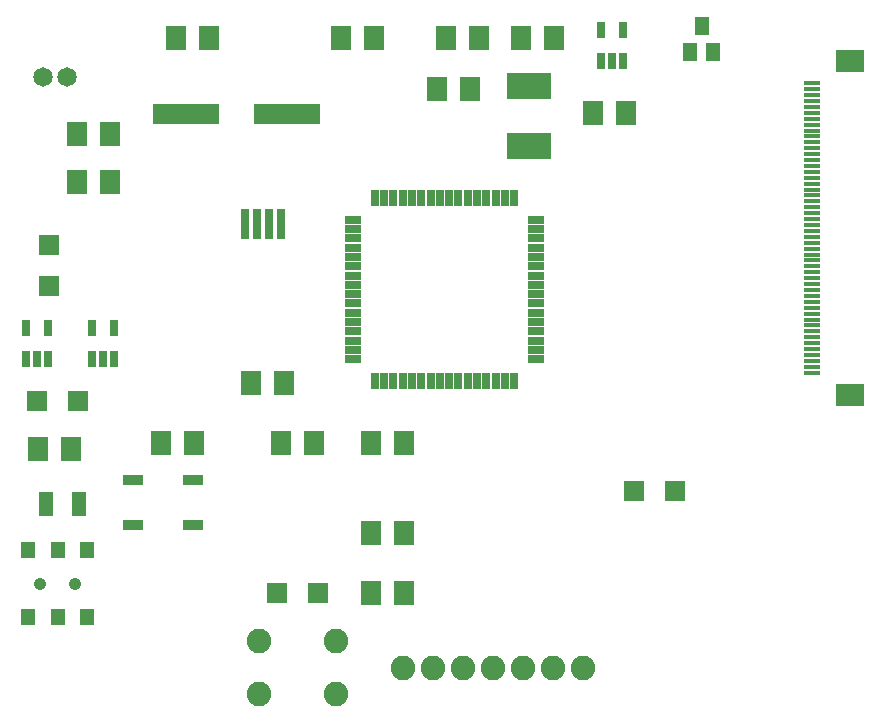
<source format=gts>
G75*
G70*
%OFA0B0*%
%FSLAX24Y24*%
%IPPOS*%
%LPD*%
%AMOC8*
5,1,8,0,0,1.08239X$1,22.5*
%
%ADD10R,0.0551X0.0157*%
%ADD11R,0.0925X0.0748*%
%ADD12R,0.0297X0.0552*%
%ADD13R,0.0474X0.0789*%
%ADD14R,0.0300X0.0550*%
%ADD15R,0.0550X0.0300*%
%ADD16R,0.0474X0.0533*%
%ADD17C,0.0415*%
%ADD18R,0.0710X0.0789*%
%ADD19R,0.0316X0.0986*%
%ADD20R,0.0474X0.0631*%
%ADD21R,0.0680X0.0380*%
%ADD22R,0.2245X0.0671*%
%ADD23R,0.0671X0.0671*%
%ADD24R,0.1480X0.0880*%
%ADD25C,0.0650*%
%ADD26C,0.0820*%
D10*
X027231Y011539D03*
X027231Y011735D03*
X027231Y011932D03*
X027231Y012129D03*
X027231Y012326D03*
X027231Y012523D03*
X027231Y012720D03*
X027231Y012917D03*
X027231Y013113D03*
X027231Y013310D03*
X027231Y013507D03*
X027231Y013704D03*
X027231Y013901D03*
X027231Y014098D03*
X027231Y014294D03*
X027231Y014491D03*
X027231Y014688D03*
X027231Y014885D03*
X027231Y015082D03*
X027231Y015279D03*
X027231Y015476D03*
X027231Y015672D03*
X027231Y015869D03*
X027231Y016066D03*
X027231Y016263D03*
X027231Y016460D03*
X027231Y016657D03*
X027231Y016854D03*
X027231Y017050D03*
X027231Y017247D03*
X027231Y017444D03*
X027231Y017641D03*
X027231Y017838D03*
X027231Y018035D03*
X027231Y018231D03*
X027231Y018428D03*
X027231Y018625D03*
X027231Y018822D03*
X027231Y019019D03*
X027231Y019216D03*
X027231Y019413D03*
X027231Y019609D03*
X027231Y019806D03*
X027231Y020003D03*
X027231Y020200D03*
X027231Y020397D03*
X027231Y020594D03*
X027231Y020791D03*
X027231Y020987D03*
X027231Y021184D03*
D11*
X028511Y021932D03*
X028511Y010791D03*
D12*
X020958Y021937D03*
X020584Y021937D03*
X020210Y021937D03*
X020210Y022961D03*
X020958Y022961D03*
X003975Y013013D03*
X003227Y013013D03*
X003227Y011990D03*
X003601Y011990D03*
X003975Y011990D03*
X001775Y011990D03*
X001401Y011990D03*
X001027Y011990D03*
X001027Y013013D03*
X001775Y013013D03*
D13*
X001702Y007149D03*
X002805Y007149D03*
D14*
X012666Y011256D03*
X012976Y011256D03*
X013286Y011256D03*
X013596Y011256D03*
X013906Y011256D03*
X014216Y011256D03*
X014526Y011256D03*
X014836Y011256D03*
X015146Y011256D03*
X015456Y011256D03*
X015766Y011256D03*
X016076Y011256D03*
X016386Y011256D03*
X016696Y011256D03*
X017006Y011256D03*
X017316Y011256D03*
X017316Y017366D03*
X017006Y017366D03*
X016696Y017366D03*
X016386Y017366D03*
X016076Y017366D03*
X015766Y017366D03*
X015456Y017366D03*
X015146Y017366D03*
X014836Y017366D03*
X014526Y017366D03*
X014216Y017366D03*
X013906Y017366D03*
X013596Y017366D03*
X013286Y017366D03*
X012976Y017366D03*
X012666Y017366D03*
D15*
X011936Y016636D03*
X011936Y016326D03*
X011936Y016016D03*
X011936Y015706D03*
X011936Y015396D03*
X011936Y015086D03*
X011936Y014776D03*
X011936Y014466D03*
X011936Y014156D03*
X011936Y013846D03*
X011936Y013536D03*
X011936Y013226D03*
X011936Y012916D03*
X011936Y012606D03*
X011936Y012296D03*
X011936Y011986D03*
X018046Y011986D03*
X018046Y012296D03*
X018046Y012606D03*
X018046Y012916D03*
X018046Y013226D03*
X018046Y013536D03*
X018046Y013846D03*
X018046Y014156D03*
X018046Y014466D03*
X018046Y014776D03*
X018046Y015086D03*
X018046Y015396D03*
X018046Y015706D03*
X018046Y016016D03*
X018046Y016326D03*
X018046Y016636D03*
D16*
X001117Y003389D03*
X002101Y003389D03*
X003085Y003389D03*
X003085Y005614D03*
X002101Y005614D03*
X001117Y005614D03*
D17*
X001510Y004502D03*
X002691Y004502D03*
D18*
X002552Y009002D03*
X001450Y009002D03*
X005550Y009202D03*
X006652Y009202D03*
X008550Y011202D03*
X009652Y011202D03*
X009550Y009202D03*
X010652Y009202D03*
X012550Y009202D03*
X013652Y009202D03*
X013652Y006202D03*
X012550Y006202D03*
X012550Y004202D03*
X013652Y004202D03*
X003852Y017902D03*
X002750Y017902D03*
X002750Y019502D03*
X003852Y019502D03*
X006050Y022702D03*
X007152Y022702D03*
X011550Y022702D03*
X012652Y022702D03*
X014750Y021002D03*
X015852Y021002D03*
X016152Y022702D03*
X015050Y022702D03*
X017550Y022702D03*
X018652Y022702D03*
X019950Y020202D03*
X021052Y020202D03*
D19*
X009534Y016510D03*
X009140Y016510D03*
X008746Y016510D03*
X008353Y016510D03*
D20*
X023192Y022222D03*
X023940Y022222D03*
X023566Y023088D03*
D21*
X006601Y007952D03*
X006601Y006452D03*
X004601Y006452D03*
X004601Y007952D03*
D22*
X006369Y020146D03*
X009754Y020146D03*
D23*
X001801Y015791D03*
X001801Y014413D03*
X001412Y010602D03*
X002790Y010602D03*
X009412Y004202D03*
X010790Y004202D03*
X021312Y007602D03*
X022690Y007602D03*
D24*
X017801Y019102D03*
X017801Y021102D03*
D25*
X002394Y021402D03*
X001607Y021402D03*
D26*
X008821Y002592D03*
X008821Y000812D03*
X011381Y000812D03*
X011381Y002592D03*
X013601Y001702D03*
X014601Y001702D03*
X015601Y001702D03*
X016601Y001702D03*
X017601Y001702D03*
X018601Y001702D03*
X019601Y001702D03*
M02*

</source>
